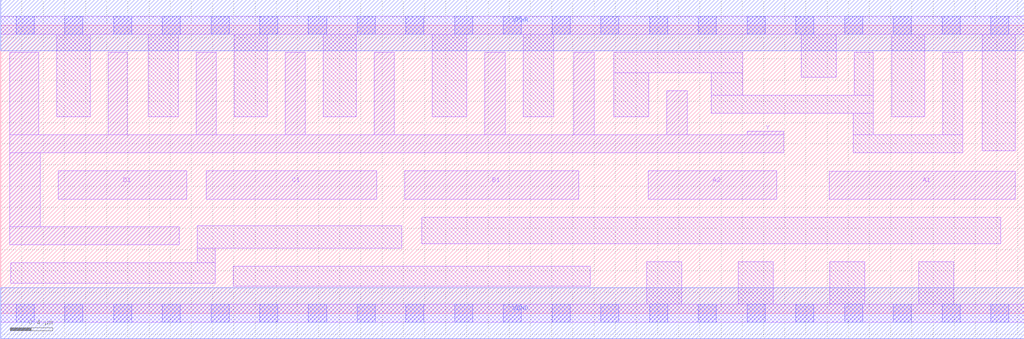
<source format=lef>
# Copyright 2020 The SkyWater PDK Authors
#
# Licensed under the Apache License, Version 2.0 (the "License");
# you may not use this file except in compliance with the License.
# You may obtain a copy of the License at
#
#     https://www.apache.org/licenses/LICENSE-2.0
#
# Unless required by applicable law or agreed to in writing, software
# distributed under the License is distributed on an "AS IS" BASIS,
# WITHOUT WARRANTIES OR CONDITIONS OF ANY KIND, either express or implied.
# See the License for the specific language governing permissions and
# limitations under the License.
#
# SPDX-License-Identifier: Apache-2.0

VERSION 5.7 ;
  NAMESCASESENSITIVE ON ;
  NOWIREEXTENSIONATPIN ON ;
  DIVIDERCHAR "/" ;
  BUSBITCHARS "[]" ;
UNITS
  DATABASE MICRONS 200 ;
END UNITS
MACRO sky130_fd_sc_hd__o2111ai_4
  CLASS CORE ;
  SOURCE USER ;
  FOREIGN sky130_fd_sc_hd__o2111ai_4 ;
  ORIGIN  0.000000  0.000000 ;
  SIZE  9.660000 BY  2.720000 ;
  SYMMETRY X Y R90 ;
  SITE unithd ;
  PIN A1
    ANTENNAGATEAREA  0.990000 ;
    DIRECTION INPUT ;
    USE SIGNAL ;
    PORT
      LAYER li1 ;
        RECT 7.820000 1.075000 9.575000 1.340000 ;
    END
  END A1
  PIN A2
    ANTENNAGATEAREA  0.990000 ;
    DIRECTION INPUT ;
    USE SIGNAL ;
    PORT
      LAYER li1 ;
        RECT 6.110000 1.075000 7.325000 1.345000 ;
    END
  END A2
  PIN B1
    ANTENNAGATEAREA  0.990000 ;
    DIRECTION INPUT ;
    USE SIGNAL ;
    PORT
      LAYER li1 ;
        RECT 3.815000 1.075000 5.455000 1.345000 ;
    END
  END B1
  PIN C1
    ANTENNAGATEAREA  0.990000 ;
    DIRECTION INPUT ;
    USE SIGNAL ;
    PORT
      LAYER li1 ;
        RECT 1.940000 1.075000 3.550000 1.345000 ;
    END
  END C1
  PIN D1
    ANTENNAGATEAREA  0.990000 ;
    DIRECTION INPUT ;
    USE SIGNAL ;
    PORT
      LAYER li1 ;
        RECT 0.545000 1.075000 1.755000 1.345000 ;
    END
  END D1
  PIN Y
    ANTENNADIFFAREA  2.984350 ;
    DIRECTION OUTPUT ;
    USE SIGNAL ;
    PORT
      LAYER li1 ;
        RECT 0.085000 0.645000 1.685000 0.815000 ;
        RECT 0.085000 0.815000 0.375000 1.515000 ;
        RECT 0.085000 1.515000 7.390000 1.685000 ;
        RECT 0.085000 1.685000 0.360000 2.465000 ;
        RECT 1.015000 1.685000 1.195000 2.465000 ;
        RECT 1.845000 1.685000 2.035000 2.465000 ;
        RECT 2.685000 1.685000 2.875000 2.465000 ;
        RECT 3.525000 1.685000 3.715000 2.465000 ;
        RECT 4.570000 1.685000 4.760000 2.465000 ;
        RECT 5.410000 1.685000 5.600000 2.465000 ;
        RECT 6.285000 1.685000 6.480000 2.100000 ;
        RECT 7.045000 1.685000 7.390000 1.720000 ;
    END
  END Y
  PIN VGND
    DIRECTION INOUT ;
    SHAPE ABUTMENT ;
    USE GROUND ;
    PORT
      LAYER met1 ;
        RECT 0.000000 -0.240000 9.660000 0.240000 ;
    END
  END VGND
  PIN VPWR
    DIRECTION INOUT ;
    SHAPE ABUTMENT ;
    USE POWER ;
    PORT
      LAYER met1 ;
        RECT 0.000000 2.480000 9.660000 2.960000 ;
    END
  END VPWR
  OBS
    LAYER li1 ;
      RECT 0.000000 -0.085000 9.660000 0.085000 ;
      RECT 0.000000  2.635000 9.660000 2.805000 ;
      RECT 0.095000  0.285000 2.025000 0.475000 ;
      RECT 0.530000  1.855000 0.845000 2.635000 ;
      RECT 1.390000  1.855000 1.675000 2.635000 ;
      RECT 1.855000  0.475000 2.025000 0.615000 ;
      RECT 1.855000  0.615000 3.785000 0.825000 ;
      RECT 2.195000  0.255000 5.565000 0.445000 ;
      RECT 2.205000  1.855000 2.515000 2.635000 ;
      RECT 3.045000  1.855000 3.355000 2.635000 ;
      RECT 3.975000  0.655000 9.440000 0.905000 ;
      RECT 4.075000  1.855000 4.400000 2.635000 ;
      RECT 4.930000  1.855000 5.220000 2.635000 ;
      RECT 5.785000  1.855000 6.115000 2.270000 ;
      RECT 5.785000  2.270000 7.005000 2.465000 ;
      RECT 6.100000  0.085000 6.430000 0.485000 ;
      RECT 6.705000  1.890000 8.235000 2.060000 ;
      RECT 6.705000  2.060000 7.005000 2.270000 ;
      RECT 6.960000  0.085000 7.290000 0.485000 ;
      RECT 7.555000  2.230000 7.885000 2.635000 ;
      RECT 7.825000  0.085000 8.155000 0.485000 ;
      RECT 8.045000  1.515000 9.080000 1.685000 ;
      RECT 8.045000  1.685000 8.235000 1.890000 ;
      RECT 8.055000  2.060000 8.235000 2.465000 ;
      RECT 8.410000  1.855000 8.720000 2.635000 ;
      RECT 8.665000  0.085000 8.995000 0.485000 ;
      RECT 8.890000  1.685000 9.080000 2.465000 ;
      RECT 9.265000  1.535000 9.575000 2.635000 ;
    LAYER mcon ;
      RECT 0.145000 -0.085000 0.315000 0.085000 ;
      RECT 0.145000  2.635000 0.315000 2.805000 ;
      RECT 0.605000 -0.085000 0.775000 0.085000 ;
      RECT 0.605000  2.635000 0.775000 2.805000 ;
      RECT 1.065000 -0.085000 1.235000 0.085000 ;
      RECT 1.065000  2.635000 1.235000 2.805000 ;
      RECT 1.525000 -0.085000 1.695000 0.085000 ;
      RECT 1.525000  2.635000 1.695000 2.805000 ;
      RECT 1.985000 -0.085000 2.155000 0.085000 ;
      RECT 1.985000  2.635000 2.155000 2.805000 ;
      RECT 2.445000 -0.085000 2.615000 0.085000 ;
      RECT 2.445000  2.635000 2.615000 2.805000 ;
      RECT 2.905000 -0.085000 3.075000 0.085000 ;
      RECT 2.905000  2.635000 3.075000 2.805000 ;
      RECT 3.365000 -0.085000 3.535000 0.085000 ;
      RECT 3.365000  2.635000 3.535000 2.805000 ;
      RECT 3.825000 -0.085000 3.995000 0.085000 ;
      RECT 3.825000  2.635000 3.995000 2.805000 ;
      RECT 4.285000 -0.085000 4.455000 0.085000 ;
      RECT 4.285000  2.635000 4.455000 2.805000 ;
      RECT 4.745000 -0.085000 4.915000 0.085000 ;
      RECT 4.745000  2.635000 4.915000 2.805000 ;
      RECT 5.205000 -0.085000 5.375000 0.085000 ;
      RECT 5.205000  2.635000 5.375000 2.805000 ;
      RECT 5.665000 -0.085000 5.835000 0.085000 ;
      RECT 5.665000  2.635000 5.835000 2.805000 ;
      RECT 6.125000 -0.085000 6.295000 0.085000 ;
      RECT 6.125000  2.635000 6.295000 2.805000 ;
      RECT 6.585000 -0.085000 6.755000 0.085000 ;
      RECT 6.585000  2.635000 6.755000 2.805000 ;
      RECT 7.045000 -0.085000 7.215000 0.085000 ;
      RECT 7.045000  2.635000 7.215000 2.805000 ;
      RECT 7.505000 -0.085000 7.675000 0.085000 ;
      RECT 7.505000  2.635000 7.675000 2.805000 ;
      RECT 7.965000 -0.085000 8.135000 0.085000 ;
      RECT 7.965000  2.635000 8.135000 2.805000 ;
      RECT 8.425000 -0.085000 8.595000 0.085000 ;
      RECT 8.425000  2.635000 8.595000 2.805000 ;
      RECT 8.885000 -0.085000 9.055000 0.085000 ;
      RECT 8.885000  2.635000 9.055000 2.805000 ;
      RECT 9.345000 -0.085000 9.515000 0.085000 ;
      RECT 9.345000  2.635000 9.515000 2.805000 ;
  END
END sky130_fd_sc_hd__o2111ai_4
END LIBRARY

</source>
